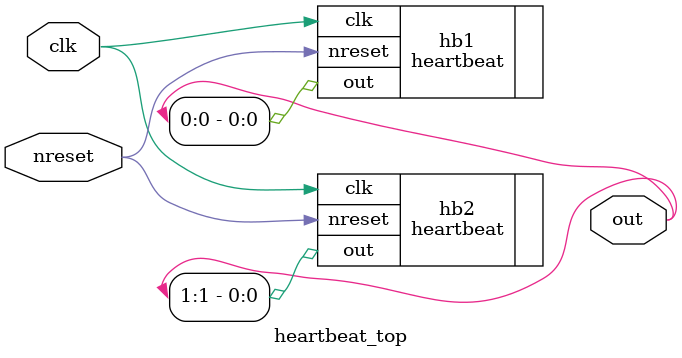
<source format=v>
module heartbeat_top (
    input clk,
    input nreset,
    output [1:0] out
);

    heartbeat hb1 (
        .clk(clk),
        .nreset(nreset),
        .out(out[0])
    );

    heartbeat hb2 (
        .clk(clk),
        .nreset(nreset),
        .out(out[1])
    );

endmodule

</source>
